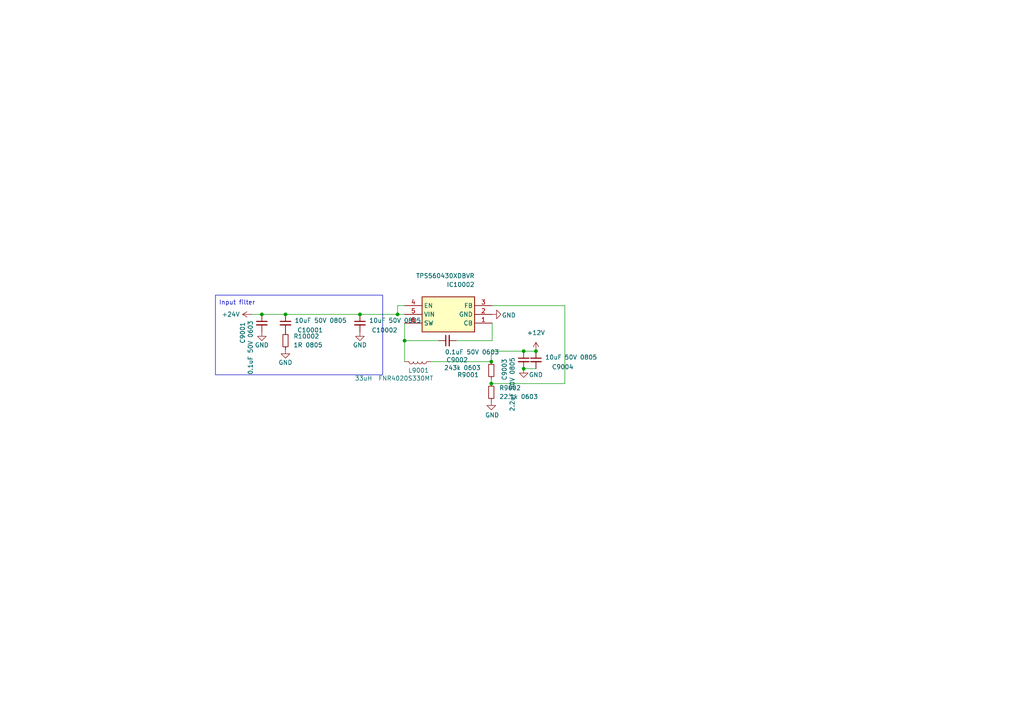
<source format=kicad_sch>
(kicad_sch (version 20231120) (generator "eeschema") (generator_version "8.0")
  (paper "A4")
  (lib_symbols
    (symbol "C_Small_1" (pin_numbers hide) (pin_names (offset 0.254) hide)
      (property "Reference" "C12002" (at 10.922 -2.032 0))
      (property "Value" "10uF 50V 0805" (at 17.78 0.762 0))
      (symbol "C_Small_1_0_1"
        (polyline (pts (xy -1.524 -0.508) (xy 1.524 -0.508)) (stroke (width 0.3302)))
        (polyline (pts (xy -1.524 0.508) (xy 1.524 0.508)) (stroke (width 0.3048)))
      )
      (symbol "C_Small_1_1_1"
        (pin passive line (at 0 2.54 270) (length 2.032) (name "~") (number "1"))
        (pin passive line (at 0 -2.54 90) (length 2.032) (name "~") (number "2"))
      )
    )
    (symbol "C_Small_2" (pin_numbers hide) (pin_names (offset 0.254) hide)
      (property "Reference" "C12003" (at 10.922 -2.032 0))
      (property "Value" "10uF 50V 0805" (at 17.78 0.762 0))
      (symbol "C_Small_2_0_1"
        (polyline (pts (xy -1.524 -0.508) (xy 1.524 -0.508)) (stroke (width 0.3302)))
        (polyline (pts (xy -1.524 0.508) (xy 1.524 0.508)) (stroke (width 0.3048)))
      )
      (symbol "C_Small_2_1_1"
        (pin passive line (at 0 2.54 270) (length 2.032) (name "~") (number "1"))
        (pin passive line (at 0 -2.54 90) (length 2.032) (name "~") (number "2"))
      )
    )
    (symbol "Device:C_Small" (pin_numbers hide) (pin_names (offset 0.254) hide)
      (property "Reference" "C" (at 0.254 1.778 0))
      (property "Value" "C_Small" (at 0.254 -2.032 0))
      (symbol "C_Small_0_1"
        (polyline (pts (xy -1.524 -0.508) (xy 1.524 -0.508)) (stroke (width 0.3302)))
        (polyline (pts (xy -1.524 0.508) (xy 1.524 0.508)) (stroke (width 0.3048)))
      )
      (symbol "C_Small_1_1"
        (pin passive line (at 0 2.54 270) (length 2.032) (name "~") (number "1"))
        (pin passive line (at 0 -2.54 90) (length 2.032) (name "~") (number "2"))
      )
    )
    (symbol "Device:L" (pin_numbers hide) (pin_names (offset 1.016) hide)
      (property "Reference" "L" (at -1.27 0 90))
      (property "Value" "L" (at 1.905 0 90))
      (symbol "L_0_1"
        (arc (start 0 -2.54) (mid 0.6323 -1.905) (end 0 -1.27))
        (arc (start 0 -1.27) (mid 0.6323 -0.635) (end 0 0))
        (arc (start 0 0) (mid 0.6323 0.635) (end 0 1.27))
        (arc (start 0 1.27) (mid 0.6323 1.905) (end 0 2.54))
      )
      (symbol "L_1_1"
        (pin passive line (at 0 3.81 270) (length 1.27) (name "1") (number "1"))
        (pin passive line (at 0 -3.81 90) (length 1.27) (name "2") (number "2"))
      )
    )
    (symbol "Device:R_Small" (pin_numbers hide) (pin_names (offset 0.254) hide)
      (property "Reference" "R" (at 0.762 0.508 0))
      (property "Value" "R_Small" (at 0.762 -1.016 0))
      (symbol "R_Small_0_1"
        (rectangle (start -0.762 1.778) (end 0.762 -1.778) (stroke (width 0.2032)))
      )
      (symbol "R_Small_1_1"
        (pin passive line (at 0 2.54 270) (length 0.762) (name "~") (number "1"))
        (pin passive line (at 0 -2.54 90) (length 0.762) (name "~") (number "2"))
      )
    )
    (symbol "R_Small_1" (pin_numbers hide) (pin_names (offset 0.254) hide)
      (property "Reference" "R12003" (at 2.286 1.2701 0))
      (property "Value" "1R 0805" (at 2.286 -1.2699 0))
      (symbol "R_Small_1_0_1"
        (rectangle (start -0.762 1.778) (end 0.762 -1.778) (stroke (width 0.2032)))
      )
      (symbol "R_Small_1_1_1"
        (pin passive line (at 0 2.54 270) (length 0.762) (name "~") (number "1"))
        (pin passive line (at 0 -2.54 90) (length 0.762) (name "~") (number "2"))
      )
    )
    (symbol "aaa:TPS560430XDBVR"
      (property "Reference" "IC12001" (at 5.08 -11.176 0))
      (property "Value" "TPS560430XDBVR" (at 5.08 -13.716 0))
      (symbol "TPS560430XDBVR_1_1"
        (rectangle (start 5.08 2.54) (end 20.32 -7.62) (stroke (width 0.254)) (fill (type background)))
        (pin passive line (at 0 0 0) (length 5.08) (name "CB") (number "1"))
        (pin passive line (at 0 -2.54 0) (length 5.08) (name "GND") (number "2"))
        (pin passive line (at 0 -5.08 0) (length 5.08) (name "FB") (number "3"))
        (pin passive line (at 25.4 -5.08 180) (length 5.08) (name "EN") (number "4"))
        (pin passive line (at 25.4 -2.54 180) (length 5.08) (name "VIN") (number "5"))
        (pin passive line (at 25.4 0 180) (length 5.08) (name "SW") (number "6"))
      )
    )
    (symbol "power:+12V" (power) (pin_numbers hide) (pin_names (offset 0) hide)
      (property "Value" "+12V" (at 0 3.556 0))
      (symbol "+12V_0_1"
        (polyline (pts (xy -0.762 1.27) (xy 0 2.54)))
        (polyline (pts (xy 0 0) (xy 0 2.54)))
        (polyline (pts (xy 0 2.54) (xy 0.762 1.27)))
      )
      (symbol "+12V_1_1"
        (pin power_in line (at 0 0 90) (length 0) (name "~") (number "1"))
      )
    )
    (symbol "power:+24V" (power) (pin_numbers hide) (pin_names (offset 0) hide)
      (property "Value" "+24V" (at 0 3.556 0))
      (symbol "+24V_0_1"
        (polyline (pts (xy -0.762 1.27) (xy 0 2.54)))
        (polyline (pts (xy 0 0) (xy 0 2.54)))
        (polyline (pts (xy 0 2.54) (xy 0.762 1.27)))
      )
      (symbol "+24V_1_1"
        (pin power_in line (at 0 0 90) (length 0) (name "~") (number "1"))
      )
    )
    (symbol "power:GND" (power) (pin_names (offset 0))
      (property "Value" "GND" (at 0 -3.81 0))
      (symbol "GND_0_1"
        (polyline (pts (xy 0 0) (xy 0 -1.27) (xy 1.27 -1.27) (xy 0 -2.54) (xy -1.27 -1.27) (xy 0 -1.27)))
      )
      (symbol "GND_1_1"
        (pin power_in line (at 0 0 270) (length 0) hide (name "GND") (number "1"))
      )
    )
  )
  (junction (at 155.448 101.854))
  (junction (at 115.316 91.186))
  (junction (at 117.348 98.806))
  (junction (at 82.804 91.186))
  (junction (at 151.892 101.854))
  (junction (at 151.892 106.934))
  (junction (at 142.494 104.902))
  (junction (at 75.946 91.186))
  (junction (at 142.494 111.252))
  (junction (at 104.394 91.186))
  (wire (pts (xy 142.494 104.902) (xy 142.494 101.854)))
  (wire (pts (xy 142.494 109.982) (xy 142.494 111.252)))
  (wire (pts (xy 142.494 101.854) (xy 151.892 101.854)))
  (wire (pts (xy 82.804 91.186) (xy 104.394 91.186)))
  (wire (pts (xy 117.348 88.646) (xy 115.316 88.646)))
  (wire (pts (xy 75.946 91.186) (xy 72.898 91.186)))
  (wire (pts (xy 82.804 91.186) (xy 75.946 91.186)))
  (wire (pts (xy 117.348 93.726) (xy 117.348 98.806)))
  (wire (pts (xy 117.348 104.902) (xy 117.348 98.806)))
  (wire (pts (xy 132.334 98.806) (xy 142.748 98.806)))
  (wire (pts (xy 115.316 88.646) (xy 115.316 91.186)))
  (wire (pts (xy 142.494 111.252) (xy 163.83 111.252)))
  (wire (pts (xy 142.748 88.646) (xy 163.83 88.646)))
  (wire (pts (xy 115.316 91.186) (xy 117.348 91.186)))
  (wire (pts (xy 104.394 91.186) (xy 115.316 91.186)))
  (wire (pts (xy 151.892 106.934) (xy 155.448 106.934)))
  (wire (pts (xy 163.83 111.252) (xy 163.83 88.646)))
  (wire (pts (xy 142.748 98.806) (xy 142.748 93.726)))
  (wire (pts (xy 124.968 104.902) (xy 142.494 104.902)))
  (wire (pts (xy 117.348 98.806) (xy 127.254 98.806)))
  (wire (pts (xy 151.892 101.854) (xy 155.448 101.854)))
  (rectangle (start 62.484 85.598) (end 110.998 108.712))
  (text "Input filter" (at 63.5 88.646 0) (effects (font (size 1.27 1.27)) (justify left bottom)))
  (symbol (lib_id "power:GND") (at 75.946 96.266 0) (unit 1)
    (property "Reference" "#PWR118" (effects (hide yes)))
    (property "Value" "GND" (at 77.978 100.076 0) (effects (justify right)))
  )
  (symbol (lib_id "Device:C_Small") (at 151.892 104.394 0) (unit 1)
    (property "Reference" "C9003" (at 146.304 107.188 90))
    (property "Value" "2.2uF 50V 0805" (at 148.59 111.506 90))
    (property "Footprint" "Capacitor_SMD:C_0805_2012Metric" (effects (hide yes)))
    (property "LCSC" "C377773" (effects (hide yes)))
  )
  (symbol (lib_id "aaa:TPS560430XDBVR") (at 142.748 93.726 180) (unit 1)
    (property "Reference" "IC10002" (at 137.668 82.55 0) (effects (justify left)))
    (property "Value" "TPS560430XDBVR" (at 137.668 80.01 0) (effects (justify left)))
    (property "Footprint" "Package_TO_SOT_SMD:SOT-23-6" (effects (hide yes)))
    (property "Datasheet" "http://www.ti.com/lit/gpn/tps560430" (effects (hide yes)))
    (property "Description" "SIMPLE SWITCHER 36-V, 600-mA Buck Regulator With High-Efficiency Sleep Mode" (effects (hide yes)))
    (property "Height" "1.45" (effects (hide yes)))
    (property "Manufacturer_Name" "Texas Instruments" (effects (hide yes)))
    (property "Manufacturer_Part_Number" "TPS560430XDBVR" (effects (hide yes)))
    (property "Mouser Part Number" "595-TPS560430XDBVR" (effects (hide yes)))
    (property "Mouser Price/Stock" "https://www.mouser.co.uk/ProductDetail/Texas-Instruments/TPS560430XDBVR?qs=%252BEew9%252B0nqrDFUDwUxL0Ntw%3D%3D" (effects (hide yes)))
    (property "Arrow Part Number" "TPS560430XDBVR" (effects (hide yes)))
    (property "Arrow Price/Stock" "https://www.arrow.com/en/products/tps560430xdbvr/texas-instruments?region=nac" (effects (hide yes)))
  )
  (symbol (lib_id "power:GND") (at 104.394 96.266 0) (unit 1)
    (property "Reference" "#PWR115" (effects (hide yes)))
    (property "Value" "GND" (at 106.426 100.076 0) (effects (justify right)))
  )
  (symbol (lib_id "Device:L") (at 121.158 104.902 270) (unit 1)
    (property "Reference" "L9001" (at 121.412 107.442 90))
    (property "Value" "33uH  FNR4020S330MT" (at 114.3 109.728 90))
    (property "Footprint" "aaa:INDPM4040X300N" (effects (hide yes)))
    (property "Description" "Inductor" (effects (hide yes)))
    (property "LCSC" "C167840" (effects (hide yes)))
  )
  (symbol (lib_id "Device:R_Small") (at 142.494 113.792 0) (unit 1)
    (property "Reference" "R9002" (at 144.78 112.5219 0) (effects (justify left)))
    (property "Value" "22.1k 0603" (at 144.78 115.0619 0) (effects (justify left)))
    (property "Footprint" "Resistor_SMD:R_0603_1608Metric" (effects (hide yes)))
    (property "Description" "Resistor, small symbol" (effects (hide yes)))
    (property "LCSC" "C25961" (effects (hide yes)))
  )
  (symbol (lib_name "C_Small_2") (lib_id "Device:C_Small") (at 104.394 93.726 0) (unit 1)
    (property "Reference" "C10002" (at 115.316 95.758 0) (effects (justify right)))
    (property "Value" "10uF 50V 0805" (at 122.174 92.964 0) (effects (justify right)))
    (property "Footprint" "Capacitor_SMD:C_0805_2012Metric" (effects (hide yes)))
    (property "LCSC" "C440198" (effects (hide yes)))
  )
  (symbol (lib_name "C_Small_1") (lib_id "Device:C_Small") (at 82.804 93.726 0) (unit 1)
    (property "Reference" "C10001" (at 93.726 95.758 0) (effects (justify right)))
    (property "Value" "10uF 50V 0805" (at 100.584 92.964 0) (effects (justify right)))
    (property "Footprint" "Capacitor_SMD:C_0805_2012Metric" (effects (hide yes)))
    (property "LCSC" "C440198" (effects (hide yes)))
  )
  (symbol (lib_id "Device:C_Small") (at 75.946 93.726 0) (unit 1)
    (property "Reference" "C9001" (at 70.358 96.52 90))
    (property "Value" "0.1uF 50V 0603" (at 72.644 100.838 90))
    (property "Footprint" "Capacitor_SMD:C_0603_1608Metric" (effects (hide yes)))
    (property "Description" "Unpolarized capacitor, small symbol" (effects (hide yes)))
    (property "LCSC" "C14663" (effects (hide yes)))
  )
  (symbol (lib_id "Device:R_Small") (at 142.494 107.442 0) (unit 1)
    (property "Reference" "R9001" (at 132.588 108.712 0) (effects (justify left)))
    (property "Value" "243k 0603" (at 128.778 106.68 0) (effects (justify left)))
    (property "Footprint" "Resistor_SMD:R_0603_1608Metric" (effects (hide yes)))
    (property "Description" "Resistor, small symbol" (effects (hide yes)))
    (property "LCSC" "C23351" (effects (hide yes)))
  )
  (symbol (lib_id "power:GND") (at 142.748 91.186 90) (unit 1)
    (property "Reference" "#PWR113" (effects (hide yes)))
    (property "Value" "GND" (at 145.542 91.44 90) (effects (justify right)))
  )
  (symbol (lib_id "power:GND") (at 151.892 106.934 0) (unit 1)
    (property "Reference" "#PWR112" (effects (hide yes)))
    (property "Value" "GND" (at 157.48 108.712 0) (effects (justify right)))
  )
  (symbol (lib_id "Device:C_Small") (at 155.448 104.394 0) (unit 1)
    (property "Reference" "C9004" (at 166.37 106.426 0) (effects (justify right)))
    (property "Value" "10uF 50V 0805" (at 173.228 103.632 0) (effects (justify right)))
    (property "Footprint" "Capacitor_SMD:C_0805_2012Metric" (effects (hide yes)))
    (property "LCSC" "C440198" (effects (hide yes)))
  )
  (symbol (lib_id "power:+12V") (at 155.448 101.854 0) (unit 1)
    (property "Reference" "#PWR111" (effects (hide yes)))
    (property "Value" "+12V" (at 155.448 96.52 0))
    (property "Description" "Power symbol creates a global label with name \"+12V\"" (effects (hide yes)))
  )
  (symbol (lib_id "power:GND") (at 142.494 116.332 0) (unit 1)
    (property "Reference" "#PWR114" (effects (hide yes)))
    (property "Value" "GND" (at 144.78 120.396 0) (effects (justify right)))
  )
  (symbol (lib_id "Device:C_Small") (at 129.794 98.806 90) (unit 1)
    (property "Reference" "C9002" (at 132.588 104.394 90))
    (property "Value" "0.1uF 50V 0603" (at 136.906 102.108 90))
    (property "Footprint" "Capacitor_SMD:C_0603_1608Metric" (effects (hide yes)))
    (property "Description" "Unpolarized capacitor, small symbol" (effects (hide yes)))
    (property "LCSC" "C14663" (effects (hide yes)))
  )
  (symbol (lib_id "power:+24V") (at 72.898 91.186 90) (unit 1)
    (property "Reference" "#PWR116" (effects (hide yes)))
    (property "Value" "+24V" (at 69.596 91.1859 90) (effects (justify left)))
    (property "Description" "Power symbol creates a global label with name \"+24V\"" (effects (hide yes)))
  )
  (symbol (lib_id "power:GND") (at 82.804 101.346 0) (unit 1)
    (property "Reference" "#PWR117" (effects (hide yes)))
    (property "Value" "GND" (at 84.836 105.156 0) (effects (justify right)))
  )
  (symbol (lib_name "R_Small_1") (lib_id "Device:R_Small") (at 82.804 98.806 0) (unit 1)
    (property "Reference" "R10002" (at 85.09 97.5359 0) (effects (justify left)))
    (property "Value" "1R 0805" (at 85.09 100.0759 0) (effects (justify left)))
    (property "Footprint" "Resistor_SMD:R_0805_2012Metric" (effects (hide yes)))
    (property "Description" "Resistor, small symbol" (effects (hide yes)))
    (property "LCSC" "C25271" (effects (hide yes)))
  )
)
</source>
